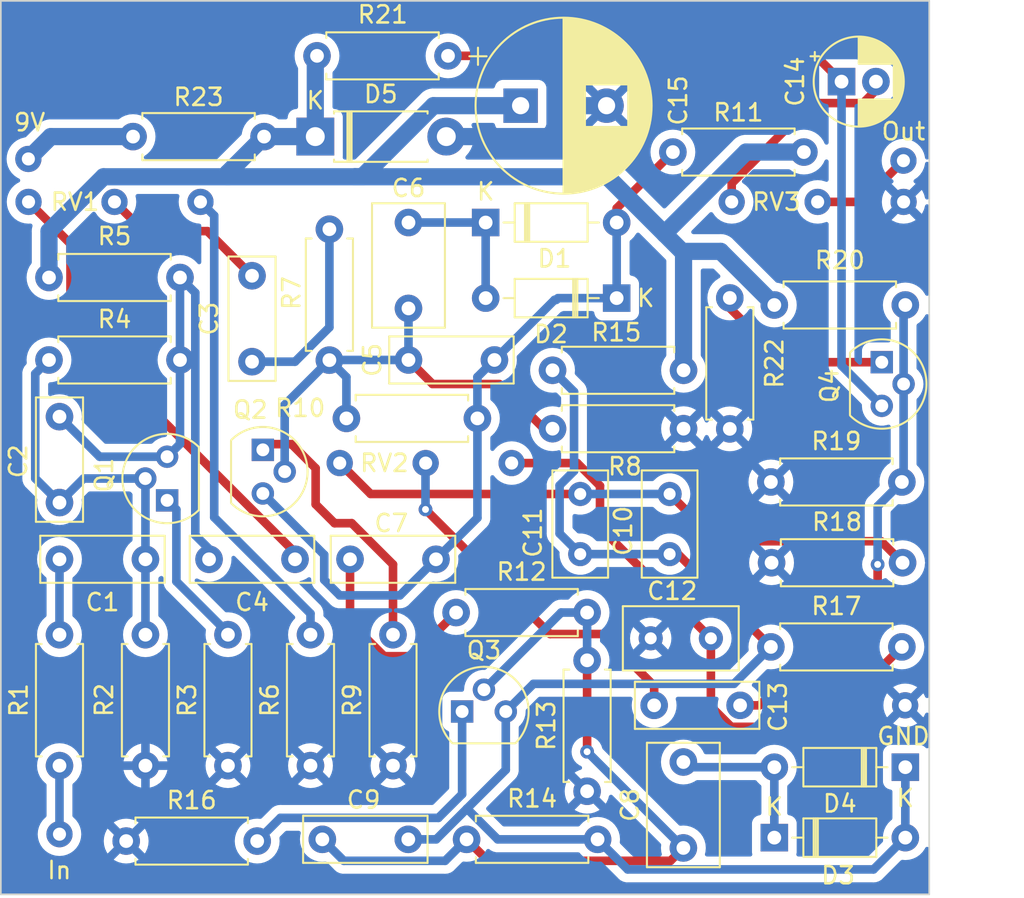
<source format=kicad_pcb>
(kicad_pcb (version 20221018) (generator pcbnew)
  (layers (0 "F.Cu" signal) (31 "B.Cu" signal) (34 "B.Paste" user) (35 "F.Paste" user) (36 "B.SilkS" user "B.Silkscreen") (37 "F.SilkS" user "F.Silkscreen") (38 "B.Mask" user) (39 "F.Mask" user) (44 "Edge.Cuts" user))
  (net 0 "")
  (net 1 "Net-(Q1-B)")
  (net 2 "Net-(C1-Pad2)")
  (net 3 "Net-(Q1-C)")
  (net 4 "Net-(C3-Pad1)")
  (net 5 "Net-(C3-Pad2)")
  (net 6 "Net-(C4-Pad1)")
  (net 7 "Net-(Q2-B)")
  (net 8 "Net-(D1-A)")
  (net 9 "Net-(D1-K)")
  (net 10 "Net-(C7-Pad1)")
  (net 11 "Net-(Q3-B)")
  (net 12 "Net-(D3-K)")
  (net 13 "Net-(D3-A)")
  (net 14 "Net-(C10-Pad2)")
  (net 15 "GND")
  (net 16 "Net-(C12-Pad2)")
  (net 17 "Net-(C13-Pad1)")
  (net 18 "Net-(Q4-B)")
  (net 19 "Net-(Q4-C)")
  (net 20 "Net-(C14-Pad2)")
  (net 21 "Net-(D5-K)")
  (net 22 "Net-(H1-Pad1)")
  (net 23 "Net-(H2-Pad1)")
  (net 24 "Net-(H3-Pad1)")
  (net 25 "Net-(Q1-E)")
  (net 26 "Net-(Q2-E)")
  (net 27 "Net-(Q3-E)")
  (net 28 "Net-(Q4-E)")
  (net 29 "Net-(R6-Pad2)")
  (footprint "Resistor_THT:R_Axial_DIN0207_L6.3mm_D2.5mm_P7.62mm_Horizontal" (layer "F.Cu") (at 162.71 86.9 180)
    (fp_text reference "R8" (at 3.41 -2.2) (layer "F.SilkS"))
    (fp_text value "100k")
    (pad "1" thru_hole circle (at 0 0 180) (size 1.6 1.6) (drill 0.8) (layers "*.Cu" "*.Mask") (net 15 "GND"))
    (pad "2" thru_hole oval (at 7.62 0 180) (size 1.6 1.6) (drill 0.8) (layers "*.Cu" "*.Mask") (net 7 "Net-(Q2-B)"))
  )
  (footprint "Capacitor_THT:C_Rect_L7.0mm_W2.5mm_P5.00mm" (layer "F.Cu") (at 137.61 83 90)
    (fp_text reference "C3" (at 2.5 -2.5 90) (layer "F.SilkS"))
    (fp_text value "0.1u")
    (pad "1" thru_hole circle (at 0 0 90) (size 1.6 1.6) (drill 0.8) (layers "*.Cu" "*.Mask") (net 4 "Net-(C3-Pad1)"))
    (pad "2" thru_hole circle (at 5 0 90) (size 1.6 1.6) (drill 0.8) (layers "*.Cu" "*.Mask") (net 5 "Net-(C3-Pad2)"))
  )
  (footprint "Resistor_THT:R_Axial_DIN0207_L6.3mm_D2.5mm_P7.62mm_Horizontal" (layer "F.Cu") (at 133.42 78.1 180)
    (fp_text reference "R5" (at 3.81 2.4) (layer "F.SilkS"))
    (fp_text value "12k")
    (pad "1" thru_hole circle (at 0 0 180) (size 1.6 1.6) (drill 0.8) (layers "*.Cu" "*.Mask") (net 3 "Net-(Q1-C)"))
    (pad "2" thru_hole oval (at 7.62 0 180) (size 1.6 1.6) (drill 0.8) (layers "*.Cu" "*.Mask") (net 21 "Net-(D5-K)"))
  )
  (footprint "Resistor_THT:R_Axial_DIN0207_L6.3mm_D2.5mm_P7.62mm_Horizontal" (layer "F.Cu") (at 155.09 83.5)
    (fp_text reference "R15" (at 3.71 -2.2) (layer "F.SilkS"))
    (fp_text value "12k")
    (pad "1" thru_hole circle (at 0 0) (size 1.6 1.6) (drill 0.8) (layers "*.Cu" "*.Mask") (net 13 "Net-(D3-A)"))
    (pad "2" thru_hole oval (at 7.62 0) (size 1.6 1.6) (drill 0.8) (layers "*.Cu" "*.Mask") (net 21 "Net-(D5-K)"))
  )
  (footprint "Diode_THT:D_DO-35_SOD27_P7.62mm_Horizontal" (layer "F.Cu") (at 158.82 79.3 180)
    (fp_text reference "D2" (at 3.82 -2.1) (layer "F.SilkS"))
    (fp_text value "1N4148")
    (fp_text user "K" (at -1.69 0) (layer "F.SilkS"))
    (pad "1" thru_hole rect (at 0 0 180) (size 1.6 1.6) (drill 0.8) (layers "*.Cu" "*.Mask") (net 8 "Net-(D1-A)"))
    (pad "2" thru_hole oval (at 7.62 0 180) (size 1.6 1.6) (drill 0.8) (layers "*.Cu" "*.Mask") (net 9 "Net-(D1-K)"))
  )
  (footprint "Resistor_THT:R_Axial_DIN0207_L6.3mm_D2.5mm_P7.62mm_Horizontal" (layer "F.Cu") (at 175.61 79.7 180)
    (fp_text reference "R20" (at 3.81 2.6) (layer "F.SilkS"))
    (fp_text value "470k")
    (pad "1" thru_hole circle (at 0 0 180) (size 1.6 1.6) (drill 0.8) (layers "*.Cu" "*.Mask") (net 18 "Net-(Q4-B)"))
    (pad "2" thru_hole oval (at 7.62 0 180) (size 1.6 1.6) (drill 0.8) (layers "*.Cu" "*.Mask") (net 21 "Net-(D5-K)"))
  )
  (footprint "MountingHole:Potentionmeter_Pad" (layer "F.Cu") (at 147.71 88.9)
    (fp_text reference "RV2" (at -2.4 0) (layer "F.SilkS"))
    (fp_text value "100k")
    (pad "1" thru_hole circle (at 5 0) (size 1.524 1.524) (drill 0.762) (layers "*.Cu" "*.Mask") (net 16 "Net-(C12-Pad2)"))
    (pad "2" thru_hole circle (at 0 0) (size 1.524 1.524) (drill 0.762) (layers "*.Cu" "*.Mask") (net 17 "Net-(C13-Pad1)"))
    (pad "3" thru_hole circle (at -5 0) (size 1.524 1.524) (drill 0.762) (layers "*.Cu" "*.Mask") (net 14 "Net-(C10-Pad2)"))
  )
  (footprint "Resistor_THT:R_Axial_DIN0207_L6.3mm_D2.5mm_P7.62mm_Horizontal" (layer "F.Cu") (at 150.09 110.8)
    (fp_text reference "R14" (at 3.81 -2.37) (layer "F.SilkS"))
    (fp_text value "470k")
    (pad "1" thru_hole circle (at 0 0) (size 1.6 1.6) (drill 0.8) (layers "*.Cu" "*.Mask") (net 11 "Net-(Q3-B)"))
    (pad "2" thru_hole oval (at 7.62 0) (size 1.6 1.6) (drill 0.8) (layers "*.Cu" "*.Mask") (net 13 "Net-(D3-A)"))
  )
  (footprint "Resistor_THT:R_Axial_DIN0207_L6.3mm_D2.5mm_P7.62mm_Horizontal" (layer "F.Cu") (at 162.09 70.8)
    (fp_text reference "R11" (at 3.81 -2.3) (layer "F.SilkS"))
    (fp_text value "12k")
    (pad "1" thru_hole circle (at 0 0) (size 1.6 1.6) (drill 0.8) (layers "*.Cu" "*.Mask") (net 8 "Net-(D1-A)"))
    (pad "2" thru_hole oval (at 7.62 0) (size 1.6 1.6) (drill 0.8) (layers "*.Cu" "*.Mask") (net 21 "Net-(D5-K)"))
  )
  (footprint "Capacitor_THT:C_Rect_L7.0mm_W2.5mm_P5.00mm" (layer "F.Cu") (at 143.31 94.5)
    (fp_text reference "C7" (at 2.4 -2.1) (layer "F.SilkS"))
    (fp_text value "0.1u")
    (pad "1" thru_hole circle (at 0 0) (size 1.6 1.6) (drill 0.8) (layers "*.Cu" "*.Mask") (net 10 "Net-(C7-Pad1)"))
    (pad "2" thru_hole circle (at 5 0) (size 1.6 1.6) (drill 0.8) (layers "*.Cu" "*.Mask") (net 8 "Net-(D1-A)"))
  )
  (footprint "Package_TO_SOT_THT:TO-92" (layer "F.Cu") (at 132.67 91.07 90)
    (fp_text reference "Q1" (at 1.47 -3.66 90) (layer "F.SilkS"))
    (fp_text value "MPSA18")
    (pad "1" thru_hole rect (at 0 0 90) (size 1.3 1.3) (drill 0.75) (layers "*.Cu" "*.Mask") (net 25 "Net-(Q1-E)"))
    (pad "2" thru_hole circle (at 1.27 -1.27 90) (size 1.3 1.3) (drill 0.75) (layers "*.Cu" "*.Mask") (net 1 "Net-(Q1-B)"))
    (pad "3" thru_hole circle (at 2.54 0 90) (size 1.3 1.3) (drill 0.75) (layers "*.Cu" "*.Mask") (net 3 "Net-(Q1-C)"))
  )
  (footprint "Resistor_THT:R_Axial_DIN0207_L6.3mm_D2.5mm_P7.62mm_Horizontal" (layer "F.Cu") (at 149.48 97.6)
    (fp_text reference "R12" (at 3.81 -2.37) (layer "F.SilkS"))
    (fp_text value "10k")
    (pad "1" thru_hole circle (at 0 0) (size 1.6 1.6) (drill 0.8) (layers "*.Cu" "*.Mask") (net 10 "Net-(C7-Pad1)"))
    (pad "2" thru_hole oval (at 7.62 0) (size 1.6 1.6) (drill 0.8) (layers "*.Cu" "*.Mask") (net 11 "Net-(Q3-B)"))
  )
  (footprint "Resistor_THT:R_Axial_DIN0207_L6.3mm_D2.5mm_P7.62mm_Horizontal" (layer "F.Cu") (at 136.21 106.51 90)
    (fp_text reference "R3" (at 3.81 -2.37 90) (layer "F.SilkS"))
    (fp_text value "390")
    (pad "1" thru_hole circle (at 0 0 90) (size 1.6 1.6) (drill 0.8) (layers "*.Cu" "*.Mask") (net 15 "GND"))
    (pad "2" thru_hole oval (at 7.62 0 90) (size 1.6 1.6) (drill 0.8) (layers "*.Cu" "*.Mask") (net 25 "Net-(Q1-E)"))
  )
  (footprint "Diode_THT:D_DO-41_SOD81_P7.62mm_Horizontal" (layer "F.Cu") (at 141.29 69.9)
    (fp_text reference "D5" (at 3.81 -2.47) (layer "F.SilkS"))
    (fp_text value "1N4001")
    (fp_text user "K" (at 0 -2.1) (layer "F.SilkS"))
    (pad "1" thru_hole rect (at 0 0) (size 2.2 2.2) (drill 1.1) (layers "*.Cu" "*.Mask") (net 21 "Net-(D5-K)"))
    (pad "2" thru_hole oval (at 7.62 0) (size 2.2 2.2) (drill 1.1) (layers "*.Cu" "*.Mask") (net 15 "GND"))
  )
  (footprint "Capacitor_THT:C_Rect_L7.0mm_W2.5mm_P5.00mm" (layer "F.Cu") (at 140.11 94.5 180)
    (fp_text reference "C4" (at 2.5 -2.5) (layer "F.SilkS"))
    (fp_text value "0.1u")
    (pad "1" thru_hole circle (at 0 0 180) (size 1.6 1.6) (drill 0.8) (layers "*.Cu" "*.Mask") (net 6 "Net-(C4-Pad1)"))
    (pad "2" thru_hole circle (at 5 0 180) (size 1.6 1.6) (drill 0.8) (layers "*.Cu" "*.Mask") (net 3 "Net-(Q1-C)"))
  )
  (footprint "Resistor_THT:R_Axial_DIN0207_L6.3mm_D2.5mm_P7.62mm_Horizontal" (layer "F.Cu") (at 145.81 106.51 90)
    (fp_text reference "R9" (at 3.81 -2.37 90) (layer "F.SilkS"))
    (fp_text value "390")
    (pad "1" thru_hole circle (at 0 0 90) (size 1.6 1.6) (drill 0.8) (layers "*.Cu" "*.Mask") (net 15 "GND"))
    (pad "2" thru_hole oval (at 7.62 0 90) (size 1.6 1.6) (drill 0.8) (layers "*.Cu" "*.Mask") (net 26 "Net-(Q2-E)"))
  )
  (footprint "Capacitor_THT:C_Rect_L6.0mm_W3.0mm_P3.50mm_MKS02_FKP02" (layer "F.Cu") (at 156.7 94.2 90)
    (fp_text reference "C11" (at 1.25 -2.75 90) (layer "F.SilkS"))
    (fp_text value "3.9n")
    (pad "1" thru_hole circle (at 0 0 90) (size 1.4 1.4) (drill 0.7) (layers "*.Cu" "*.Mask") (net 13 "Net-(D3-A)"))
    (pad "2" thru_hole circle (at 3.5 0 90) (size 1.4 1.4) (drill 0.7) (layers "*.Cu" "*.Mask") (net 14 "Net-(C10-Pad2)"))
  )
  (footprint "Package_TO_SOT_THT:TO-92" (layer "F.Cu") (at 138.24 88.13 -90)
    (fp_text reference "Q2" (at -2.33 0.73 -180) (layer "F.SilkS"))
    (fp_text value "MPSA18")
    (pad "1" thru_hole rect (at 0 0 270) (size 1.3 1.3) (drill 0.75) (layers "*.Cu" "*.Mask") (net 26 "Net-(Q2-E)"))
    (pad "2" thru_hole circle (at 1.27 -1.27 270) (size 1.3 1.3) (drill 0.75) (layers "*.Cu" "*.Mask") (net 7 "Net-(Q2-B)"))
    (pad "3" thru_hole circle (at 2.54 0 270) (size 1.3 1.3) (drill 0.75) (layers "*.Cu" "*.Mask") (net 8 "Net-(D1-A)"))
  )
  (footprint "MountingHole:Potentionmeter_Pad" (layer "F.Cu") (at 129.61 73.7)
    (fp_text reference "RV1" (at -2.3 0) (layer "F.SilkS"))
    (fp_text value "100k")
    (pad "1" thru_hole circle (at 5 0) (size 1.524 1.524) (drill 0.762) (layers "*.Cu" "*.Mask") (net 29 "Net-(R6-Pad2)"))
    (pad "2" thru_hole circle (at 0 0) (size 1.524 1.524) (drill 0.762) (layers "*.Cu" "*.Mask") (net 5 "Net-(C3-Pad2)"))
    (pad "3" thru_hole circle (at -5 0) (size 1.524 1.524) (drill 0.762) (layers "*.Cu" "*.Mask") (net 6 "Net-(C4-Pad1)"))
  )
  (footprint "MountingHole:Pad" (layer "F.Cu") (at 126.41 110.5)
    (fp_text reference "In" (at -0.01 2.1) (layer "F.SilkS"))
    (fp_text value "In")
    (pad "1" thru_hole circle (at 0 0) (size 1.524 1.524) (drill 0.762) (layers "*.Cu" "*.Mask") (net 22 "Net-(H1-Pad1)"))
  )
  (footprint "Resistor_THT:R_Axial_DIN0207_L6.3mm_D2.5mm_P7.62mm_Horizontal" (layer "F.Cu") (at 165.4 86.91 90)
    (fp_text reference "R22" (at 3.81 2.6 90) (layer "F.SilkS"))
    (fp_text value "2.4k")
    (pad "1" thru_hole circle (at 0 0 90) (size 1.6 1.6) (drill 0.8) (layers "*.Cu" "*.Mask") (net 15 "GND"))
    (pad "2" thru_hole oval (at 7.62 0 90) (size 1.6 1.6) (drill 0.8) (layers "*.Cu" "*.Mask") (net 28 "Net-(Q4-E)"))
  )
  (footprint "Package_TO_SOT_THT:TO-92" (layer "F.Cu") (at 174.24 83.03 -90)
    (fp_text reference "Q4" (at 1.37 3.04 90) (layer "F.SilkS"))
    (fp_text value "MPSA18")
    (pad "1" thru_hole rect (at 0 0 270) (size 1.3 1.3) (drill 0.75) (layers "*.Cu" "*.Mask") (net 28 "Net-(Q4-E)"))
    (pad "2" thru_hole circle (at 1.27 -1.27 270) (size 1.3 1.3) (drill 0.75) (layers "*.Cu" "*.Mask") (net 18 "Net-(Q4-B)"))
    (pad "3" thru_hole circle (at 2.54 0 270) (size 1.3 1.3) (drill 0.75) (layers "*.Cu" "*.Mask") (net 19 "Net-(Q4-C)"))
  )
  (footprint "Capacitor_THT:C_Rect_L7.0mm_W2.5mm_P5.00mm" (layer "F.Cu") (at 141.7 110.8)
    (fp_text reference "C9" (at 2.4 -2.3) (layer "F.SilkS"))
    (fp_text value "470p")
    (pad "1" thru_hole circle (at 0 0) (size 1.6 1.6) (drill 0.8) (layers "*.Cu" "*.Mask") (net 11 "Net-(Q3-B)"))
    (pad "2" thru_hole circle (at 5 0) (size 1.6 1.6) (drill 0.8) (layers "*.Cu" "*.Mask") (net 13 "Net-(D3-A)"))
  )
  (footprint "Resistor_THT:R_Axial_DIN0207_L6.3mm_D2.5mm_P7.62mm_Horizontal" (layer "F.Cu") (at 157.1 108 90)
    (fp_text reference "R13" (at 3.81 -2.37 90) (layer "F.SilkS"))
    (fp_text value "100k")
    (pad "1" thru_hole circle (at 0 0 90) (size 1.6 1.6) (drill 0.8) (layers "*.Cu" "*.Mask") (net 15 "GND"))
    (pad "2" thru_hole oval (at 7.62 0 90) (size 1.6 1.6) (drill 0.8) (layers "*.Cu" "*.Mask") (net 11 "Net-(Q3-B)"))
  )
  (footprint "Capacitor_THT:C_Rect_L6.5mm_W3.5mm_P3.50mm_MKS02_FKP02" (layer "F.Cu") (at 160.8 99.1)
    (fp_text reference "C12" (at 1.25 -2.75) (layer "F.SilkS"))
    (fp_text value "0.01u")
    (pad "1" thru_hole circle (at 0 0) (size 1.4 1.4) (drill 0.7) (layers "*.Cu" "*.Mask") (net 15 "GND"))
    (pad "2" thru_hole circle (at 3.5 0) (size 1.4 1.4) (drill 0.7) (layers "*.Cu" "*.Mask") (net 16 "Net-(C12-Pad2)"))
  )
  (footprint "MountingHole:Pad" (layer "F.Cu") (at 124.6 71.2)
    (fp_text reference "9V" (at 0.07 -2.124) (layer "F.SilkS"))
    (fp_text value "9V")
    (pad "1" thru_hole circle (at 0 0) (size 1.524 1.524) (drill 0.762) (layers "*.Cu" "*.Mask") (net 23 "Net-(H2-Pad1)"))
  )
  (footprint "Resistor_THT:R_Axial_DIN0207_L6.3mm_D2.5mm_P7.62mm_Horizontal" (layer "F.Cu") (at 126.41 106.51 90)
    (fp_text reference "R1" (at 3.81 -2.37 90) (layer "F.SilkS"))
    (fp_text value "39k")
    (pad "1" thru_hole circle (at 0 0 90) (size 1.6 1.6) (drill 0.8) (layers "*.Cu" "*.Mask") (net 22 "Net-(H1-Pad1)"))
    (pad "2" thru_hole oval (at 7.62 0 90) (size 1.6 1.6) (drill 0.8) (layers "*.Cu" "*.Mask") (net 2 "Net-(C1-Pad2)"))
  )
  (footprint "Resistor_THT:R_Axial_DIN0207_L6.3mm_D2.5mm_P7.62mm_Horizontal" (layer "F.Cu") (at 141.01 106.51 90)
    (fp_text reference "R6" (at 3.81 -2.37 90) (layer "F.SilkS"))
    (fp_text value "1k")
    (pad "1" thru_hole circle (at 0 0 90) (size 1.6 1.6) (drill 0.8) (layers "*.Cu" "*.Mask") (net 15 "GND"))
    (pad "2" thru_hole oval (at 7.62 0 90) (size 1.6 1.6) (drill 0.8) (layers "*.Cu" "*.Mask") (net 29 "Net-(R6-Pad2)"))
  )
  (footprint "Capacitor_THT:C_Rect_L7.0mm_W2.5mm_P5.00mm" (layer "F.Cu") (at 126.41 86.2 -90)
    (fp_text reference "C2" (at 2.6 2.4 90) (layer "F.SilkS"))
    (fp_text value "470p")
    (pad "1" thru_hole circle (at 0 0 270) (size 1.6 1.6) (drill 0.8) (layers "*.Cu" "*.Mask") (net 3 "Net-(Q1-C)"))
    (pad "2" thru_hole circle (at 5 0 270) (size 1.6 1.6) (drill 0.8) (layers "*.Cu" "*.Mask") (net 1 "Net-(Q1-B)"))
  )
  (footprint "MountingHole:Pad" (layer "F.Cu") (at 175.5 71.3)
    (fp_text reference "Out" (at 0 -1.7) (layer "F.SilkS"))
    (fp_text value "Out")
    (pad "1" thru_hole circle (at 0 0) (size 1.524 1.524) (drill 0.762) (layers "*.Cu" "*.Mask") (net 24 "Net-(H3-Pad1)"))
  )
  (footprint "Diode_THT:D_DO-35_SOD27_P7.62mm_Horizontal" (layer "F.Cu") (at 167.99 110.7)
    (fp_text reference "D3" (at 3.71 2.2) (layer "F.SilkS"))
    (fp_text value "1N4148")
    (fp_text user "K" (at 0 -1.8) (layer "F.SilkS"))
    (pad "1" thru_hole rect (at 0 0) (size 1.6 1.6) (drill 0.8) (layers "*.Cu" "*.Mask") (net 12 "Net-(D3-K)"))
    (pad "2" thru_hole oval (at 7.62 0) (size 1.6 1.6) (drill 0.8) (layers "*.Cu" "*.Mask") (net 13 "Net-(D3-A)"))
  )
  (footprint "Capacitor_THT:C_Rect_L7.0mm_W4.0mm_P5.00mm" (layer "F.Cu") (at 162.7 111.3 90)
    (fp_text reference "C8" (at 2.5 -3.1 90) (layer "F.SilkS"))
    (fp_text value "0.039u")
    (pad "1" thru_hole circle (at 0 0 90) (size 1.6 1.6) (drill 0.8) (layers "*.Cu" "*.Mask") (net 11 "Net-(Q3-B)"))
    (pad "2" thru_hole circle (at 5 0 90) (size 1.6 1.6) (drill 0.8) (layers "*.Cu" "*.Mask") (net 12 "Net-(D3-K)"))
  )
  (footprint "MountingHole:Pad" (layer "F.Cu") (at 175.6 103)
    (fp_text reference "GND" (at -0.1 1.8) (layer "F.SilkS"))
    (fp_text value "MountingHole_Pad")
    (pad "1" thru_hole circle (at 0 0) (size 1.524 1.524) (drill 0.762) (layers "*.Cu" "*.Mask") (net 15 "GND"))
  )
  (footprint "Resistor_THT:R_Axial_DIN0207_L6.3mm_D2.5mm_P7.62mm_Horizontal" (layer "F.Cu") (at 138.31 69.9 180)
    (fp_text reference "R23" (at 3.81 2.3) (layer "F.SilkS"))
    (fp_text value "100")
    (pad "1" thru_hole circle (at 0 0 180) (size 1.6 1.6) (drill 0.8) (layers "*.Cu" "*.Mask") (net 21 "Net-(D5-K)"))
    (pad "2" thru_hole oval (at 7.62 0 180) (size 1.6 1.6) (drill 0.8) (layers "*.Cu" "*.Mask") (net 23 "Net-(H2-Pad1)"))
  )
  (footprint "Resistor_THT:R_Axial_DIN0207_L6.3mm_D2.5mm_P7.62mm_Horizontal" (layer "F.Cu") (at 167.79 90)
    (fp_text reference "R19" (at 3.81 -2.37) (layer "F.SilkS"))
    (fp_text value "100k")
    (pad "1" thru_hole circle (at 0 0) (size 1.6 1.6) (drill 0.8) (layers "*.Cu" "*.Mask") (net 15 "GND"))
    (pad "2" thru_hole oval (at 7.62 0) (size 1.6 1.6) (drill 0.8) (layers "*.Cu" "*.Mask") (net 18 "Net-(Q4-B)"))
  )
  (footprint "Resistor_THT:R_Axial_DIN0207_L6.3mm_D2.5mm_P7.62mm_Horizontal" (layer "F.Cu") (at 143.1 86.3)
    (fp_text reference "R10" (at -2.69 -0.6) (layer "F.SilkS"))
    (fp_text value "470k")
    (pad "1" thru_hole circle (at 0 0) (size 1.6 1.6) (drill 0.8) (layers "*.Cu" "*.Mask") (net 7 "Net-(Q2-B)"))
    (pad "2" thru_hole oval (at 7.62 0) (size 1.6 1.6) (drill 0.8) (layers "*.Cu" "*.Mask") (net 8 "Net-(D1-A)"))
  )
  (footprint "MountingHole:Potentionmeter_Pad" (layer "F.Cu") (at 170.51 73.7)
    (fp_text reference "RV3" (at -2.4 0) (layer "F.SilkS"))
    (fp_text value "100k")
    (pad "1" thru_hole circle (at 5 0) (size 1.524 1.524) (drill 0.762) (layers "*.Cu" "*.Mask") (net 15 "GND"))
    (pad "2" thru_hole circle (at 0 0) (size 1.524 1.524) (drill 0.762) (layers "*.Cu" "*.Mask") (net 24 "Net-(H3-Pad1)"))
    (pad "3" thru_hole circle (at -5 0) (size 1.524 1.524) (drill 0.762) (layers "*.Cu" "*.Mask") (net 20 "Net-(C14-Pad2)"))
  )
  (footprint "Capacitor_THT:CP_Radial_D5.0mm_P2.00mm" (layer "F.Cu") (at 171.9 66.7)
    (fp_text reference "C14" (at -2.7 0 90) (layer "F.SilkS"))
    (fp_text value "1u")
    (pad "1" thru_hole rect (at 0 0) (size 1.6 1.6) (drill 0.8) (layers "*.Cu" "*.Mask") (net 19 "Net-(Q4-C)"))
    (pad "2" thru_hole circle (at 2 0) (size 1.6 1.6) (drill 0.8) (layers "*.Cu" "*.Mask") (net 20 "Net-(C14-Pad2)"))
  )
  (footprint "Capacitor_THT:C_Rect_L6.0mm_W3.0mm_P3.50mm_MKS02_FKP02" (layer "F.Cu") (at 161.9 94.2 90)
    (fp_text reference "C10" (at 1.35 -2.7 90) (layer "F.SilkS"))
    (fp_text value "3.9n")
    (pad "1" thru_hole circle (at 0 0 90) (size 1.4 1.4) (drill 0.7) (layers "*.Cu" "*.Mask") (net 13 "Net-(D3-A)"))
    (pad "2" thru_hole circle (at 3.5 0 90) (size 1.4 1.4) (drill 0.7) (layers "*.Cu" "*.Mask") (net 14 "Net-(C10-Pad2)"))
  )
  (footprint "Diode_THT:D_DO-35_SOD27_P7.62mm_Horizontal" (layer "F.Cu") (at 175.61 106.6 180)
    (fp_text reference "D4" (at 3.81 -2.12) (layer "F.SilkS"))
    (fp_text value "1N4148")
    (fp_text user "K" (at 0 -1.8) (layer "F.SilkS"))
    (pad "1" thru_hole rect (at 0 0 180) (size 1.6 1.6) (drill 0.8) (layers "*.Cu" "*.Mask") (net 13 "Net-(D3-A)"))
    (pad "2" thru_hole oval (at 7.62 0 180) (size 1.6 1.6) (drill 0.8) (layers "*.Cu" "*.Mask") (net 12 "Net-(D3-K)"))
  )
  (footprint "Resistor_THT:R_Axial_DIN0207_L6.3mm_D2.5mm_P7.62mm_Horizontal" (layer "F.Cu") (at 167.79 99.6)
    (fp_text reference "R17" (at 3.81 -2.37) (layer "F.SilkS"))
    (fp_text value "12k")
    (pad "1" thru_hole circle (at 0 0) (size 1.6 1.6) (drill 0.8) (layers "*.Cu" "*.Mask") (net 13 "Net-(D3-A)"))
    (pad "2" thru_hole oval (at 7.62 0) (size 1.6 1.6) (drill 0.8) (layers "*.Cu" "*.Mask") (net 16 "Net-(C12-Pad2)"))
  )
  (footprint "Capacitor_THT:C_Rect_L7.0mm_W4.0mm_P5.00mm" (layer "F.Cu") (at 146.71 79.9 90)
    (fp_text reference "C6" (at 7 0 180) (layer "F.SilkS"))
    (fp_text value "0.039u")
    (pad "1" thru_hole circle (at 0 0 90) (size 1.6 1.6) (drill 0.8) (layers "*.Cu" "*.Mask") (net 7 "Net-(Q2-B)"))
    (pad "2" thru_hole circle (at 5 0 90) (size 1.6 1.6) (drill 0.8) (layers "*.Cu" "*.Mask") (net 9 "Net-(D1-K)"))
  )
  (footprint "Capacitor_THT:CP_Radial_D10.0mm_P5.00mm" (layer "F.Cu") (at 153.232323 68.1)
    (fp_text reference "C15" (at 9.167677 -0.3 90) (layer "F.SilkS"))
    (fp_text value "100u")
    (pad "1" thru_hole rect (at 0 0) (size 2 2) (drill 1) (layers "*.Cu" "*.Mask") (net 21 "Net-(D5-K)"))
    (pad "2" thru_hole circle (at 5 0) (size 2 2) (drill 1) (layers "*.Cu" "*.Mask") (net 15 "GND"))
  )
  (footprint "Resistor_THT:R_Axial_DIN0207_L6.3mm_D2.5mm_P7.62mm_Horizontal" (layer "F.Cu") (at 149.01 65.2 180)
    (fp_text reference "R21" (at 3.8 2.4) (layer "F.SilkS"))
    (fp_text value "10k")
    (pad "1" thru_hole circle (at 0 0 180) (size 1.6 1.6) (drill 0.8) (layers "*.Cu" "*.Mask") (net 19 "Net-(Q4-C)"))
    (pad "2" thru_hole oval (at 7.62 0 180) (size 1.6 1.6) (drill 0.8) (layers "*.Cu" "*.Mask") (net 21 "Net-(D5-K)"))
  )
  (footprint "Package_TO_SOT_THT:TO-92" (layer "F.Cu") (at 149.83 103.36)
    (fp_text reference "Q3" (at 1.27 -3.56) (layer "F.SilkS"))
    (fp_text value "Q_NPN_EBC")
    (pad "1" thru_hole rect (at 0 0) (size 1.3 1.3) (drill 0.75) (layers "*.Cu" "*.Mask") (net 27 "Net-(Q3-E)"))
    (pad "2" thru_hole circle (at 1.27 -1.27) (size 1.3 1.3) (drill 0.75) (layers "*.Cu" "*.Mask") (net 11 "Net-(Q3-B)"))
    (pad "3" thru_hole circle (at 2.54 0) (size 1.3 1.3) (drill 0.75) (layers "*.Cu" "*.Mask") (net 13 "Net-(D3-A)"))
  )
  (footprint "Capacitor_THT:C_Rect_L7.0mm_W2.5mm_P5.00mm" (layer "F.Cu") (at 146.71 82.9)
    (fp_text reference "C5" (at -2.1 0 90) (layer "F.SilkS"))
    (fp_text value "470p")
    (pad "1" thru_hole circle (at 0 0) (size 1.6 1.6) (drill 0.8) (layers "*.Cu" "*.Mask") (net 7 "Net-(Q2-B)"))
    (pad "2" thru_hole circle (at 5 0) (size 1.6 1.6) (drill 0.8) (layers "*.Cu" "*.Mask") (net 8 "Net-(D1-A)"))
  )
  (footprint "Resistor_THT:R_Axial_DIN0207_L6.3mm_D2.5mm_P7.62mm_Horizontal" (layer "F.Cu") (at 125.8 82.9)
    (fp_text reference "R4" (at 3.81 -2.37) (layer "F.SilkS"))
    (fp_text value "470k")
    (pad "1" thru_hole circle (at 0 0) (size 1.6 1.6) (drill 0.8) (layers "*.Cu" "*.Mask") (net 1 "Net-(Q1-B)"))
    (pad "2" thru_hole oval (at 7.62 0) (size 1.6 1.6) (drill 0.8) (layers "*.Cu" "*.Mask") (net 3 "Net-(Q1-C)"))
  )
  (footprint "Resistor_THT:R_Axial_DIN0207_L6.3mm_D2.5mm_P7.62mm_Horizontal" (layer "F.Cu") (at 131.41 98.89 -90)
    (fp_text reference "R2" (at 3.8 2.4 90) (layer "F.SilkS"))
    (fp_text value "100k")
    (pad "1" thru_hole circle (at 0 0 270) (size 1.6 1.6) (drill 0.8) (layers "*.Cu" "*.Mask") (net 1 "Net-(Q1-B)"))
    (pad "2" thru_hole oval (at 7.62 0 270) (size 1.6 1.6) (drill 0.8) (layers "*.Cu" "*.Mask") (net 15 "GND"))
  )
  (footprint "Capacitor_THT:C_Rect_L7.0mm_W2.5mm_P5.00mm" (layer "F.Cu") (at 161 103)
    (fp_text reference "C13" (at 7.2 0.1 90) (layer "F.SilkS"))
    (fp_text value "0.1u")
    (pad "1" thru_hole circle (at 0 0) (size 1.6 1.6) (drill 0.8) (layers "*.Cu" "*.Mask") (net 17 "Net-(C13-Pad1)"))
    (pad "2" thru_hole circle (at 5 0) (size 1.6 1.6) (drill 0.8) (layers "*.Cu" "*.Mask") (net 18 "Net-(Q4-B)"))
  )
  (footprint "Capacitor_THT:C_Rect_L7.0mm_W2.5mm_P5.00mm" (layer "F.Cu") (at 131.41 94.5 180)
    (fp_text reference "C1" (at 2.5 -2.5) (layer "F.SilkS"))
    (fp_text value "0.1u")
    (pad "1" thru_hole circle (at 0 0 180) (size 1.6 1.6) (drill 0.8) (layers "*.Cu" "*.Mask") (net 1 "Net-(Q1-B)"))
    (pad "2" thru_hole circle (at 5 0 180) (size 1.6 1.6) (drill 0.8) (layers "*.Cu" "*.Mask") (net 2 "Net-(C1-Pad2)"))
  )
  (footprint "Resistor_THT:R_Axial_DIN0207_L6.3mm_D2.5mm_P7.62mm_Horizontal" (layer "F.Cu") (at 167.83 94.7)
    (fp_text reference "R18" (at 3.81 -2.37) (layer "F.SilkS"))
    (fp_text value "22k")
    (pad "1" thru_hole circle (at 0 0) (size 1.6 1.6) (drill 0.8) (layers "*.Cu" "*.Mask") (net 15 "GND"))
    (pad "2" thru_hole oval (at 7.62 0) (size 1.6 1.6) (drill 0.8) (layers "*.Cu" "*.Mask") (net 14 "Net-(C10-Pad2)"))
  )
  (footprint "Resistor_THT:R_Axial_DIN0207_L6.3mm_D2.5mm_P7.62mm_Horizontal" (layer "F.Cu") (at 130.29 110.9)
    (fp_text reference "R16" (at 3.81 -2.37) (layer "F.SilkS"))
    (fp_text value "390")
    (pad "1" thru_hole circle (at 0 0) (size 1.6 1.6) (drill 0.8) (layers "*.Cu" "*.Mask") (net 15 "GND"))
    (pad "2" thru_hole oval (at 7.62 0) (size 1.6 1.6) (drill 0.8) (layers "*.Cu" "*.Mask") (net 27 "Net-(Q3-E)"))
  )
  (footprint "Diode_THT:D_DO-35_SOD27_P7.62mm_Horizontal" (layer "F.Cu") (at 151.2 74.9)
    (fp_text reference "D1" (at 4 2.1) (layer "F.SilkS"))
    (fp_text value "1N4148")
    (fp_text user "K" (at 0 -1.8) (layer "F.SilkS"))
    (pad "1" thru_hole rect (at 0 0) (size 1.6 1.6) (drill 0.8) (layers "*.Cu" "*.Mask") (net 9 "Net-(D1-K)"))
    (pad "2" thru_hole oval (at 7.62 0) (size 1.6 1.6) (drill 0.8) (layers "*.Cu" "*.Mask") (net 8 "Net-(D1-A)"))
  )
  (footprint "Resistor_THT:R_Axial_DIN0207_L6.3mm_D2.5mm_P7.62mm_Horizontal" (layer "F.Cu") (at 142.11 75.29 -90)
    (fp_text reference "R7" (at 3.71 2.2 90) (layer "F.SilkS"))
    (fp_text value "10k")
    (pad "1" thru_hole circle (at 0 0 270) (size 1.6 1.6) (drill 0.8) (layers "*.Cu" "*.Mask") (net 4 "Net-(C3-Pad1)"))
    (pad "2" thru_hole oval (at 7.62 0 270) (size 1.6 1.6) (drill 0.8) (layers "*.Cu" "*.Mask") (net 7 "Net-(Q2-B)"))
  )
  (gr_line (start 177 114) (end 123 114) (stroke (width 0.1)) (layer "Edge.Cuts"))
  (gr_line (start 177 114) (end 177 62) (stroke (width 0.1)) (layer "Edge.Cuts"))
  (gr_line (start 123 62) (end 123 114) (stroke (width 0.1)) (layer "Edge.Cuts"))
  (gr_line (start 177 62) (end 123 62) (stroke (width 0.1)) (layer "Edge.Cuts"))
  (segment (start 125.000001 89.790001) (end 126.41 91.2) (width 0.5) (layer "B.Cu") (net 1))
  (segment (start 125.8 82.9) (end 125.000001 83.699999) (width 0.5) (layer "B.Cu") (net 1))
  (segment (start 131.41 89.81) (end 131.4 89.8) (width 0.5) (layer "B.Cu") (net 1))
  (segment (start 127.81 89.8) (end 126.41 91.2) (width 0.5) (layer "B.Cu") (net 1))
  (segment (start 131.41 94.5) (end 131.41 89.81) (width 0.5) (layer "B.Cu") (net 1))
  (segment (start 131.41 94.5) (end 131.41 98.89) (width 0.5) (layer "B.Cu") (net 1))
  (segment (start 125.000001 83.699999) (end 125.000001 89.790001) (width 0.5) (layer "B.Cu") (net 1))
  (segment (start 131.4 89.8) (end 127.81 89.8) (width 0.5) (layer "B.Cu") (net 1))
  (segment (start 126.41 98.89) (end 126.41 94.5) (width 0.5) (layer "B.Cu") (net 2))
  (segment (start 128.74 88.53) (end 126.41 86.2) (width 0.5) (layer "B.Cu") (net 3))
  (segment (start 135.11 93.9) (end 135.11 94.5) (width 0.5) (layer "B.Cu") (net 3))
  (segment (start 133.42 82.9) (end 133.42 78.1) (width 0.5) (layer "B.Cu") (net 3))
  (segment (start 134.31 78.99) (end 134.31 93.1) (width 0.5) (layer "B.Cu") (net 3))
  (segment (start 132.68 88.53) (end 133.42 87.79) (width 0.5) (layer "B.Cu") (net 3))
  (segment (start 133.42 87.79) (end 133.42 82.9) (width 0.5) (layer "B.Cu") (net 3))
  (segment (start 132.67 88.53) (end 132.68 88.53) (width 0.5) (layer "B.Cu") (net 3))
  (segment (start 133.42 78.1) (end 134.31 78.99) (width 0.5) (layer "B.Cu") (net 3))
  (segment (start 132.67 88.53) (end 128.74 88.53) (width 0.5) (layer "B.Cu") (net 3))
  (segment (start 134.31 93.1) (end 135.11 93.9) (width 0.5) (layer "B.Cu") (net 3))
  (segment (start 142.11 81) (end 142.11 75.29) (width 0.5) (layer "B.Cu") (net 4))
  (segment (start 140.11 83) (end 142.11 81) (width 0.5) (layer "B.Cu") (net 4))
  (segment (start 137.61 83) (end 140.11 83) (width 0.5) (layer "B.Cu") (net 4))
  (segment (start 135.01 75.4) (end 137.61 78) (width 0.5) (layer "F.Cu") (net 5))
  (segment (start 131.21 75.3) (end 131.21 75.4) (width 0.5) (layer "F.Cu") (net 5))
  (segment (start 131.21 75.4) (end 135.01 75.4) (width 0.5) (layer "F.Cu") (net 5))
  (segment (start 129.61 73.7) (end 131.21 75.3) (width 0.5) (layer "F.Cu") (net 5))
  (segment (start 140.11 94.5) (end 140.11 94.11) (width 0.5) (layer "F.Cu") (net 6))
  (segment (start 127.05 81.05) (end 127.05 76.14) (width 0.5) (layer "F.Cu") (net 6))
  (segment (start 140.11 94.11) (end 127.05 81.05) (width 0.5) (layer "F.Cu") (net 6))
  (segment (start 127.05 76.14) (end 124.61 73.7) (width 0.5) (layer "F.Cu") (net 6))
  (segment (start 155.09 87.4) (end 151.99 84.3) (width 0.5) (layer "F.Cu") (net 7))
  (segment (start 148.11 84.3) (end 146.71 82.9) (width 0.5) (layer "F.Cu") (net 7))
  (segment (start 151.99 84.3) (end 148.11 84.3) (width 0.5) (layer "F.Cu") (net 7))
  (segment (start 139.51 85.51) (end 139.51 89.4) (width 0.5) (layer "B.Cu") (net 7))
  (segment (start 146.71 79.9) (end 146.71 82.9) (width 0.5) (layer "B.Cu") (net 7))
  (segment (start 146.71 82.9) (end 142.12 82.9) (width 0.5) (layer "B.Cu") (net 7))
  (segment (start 143.1 83.9) (end 142.11 82.91) (width 0.5) (layer "B.Cu") (net 7))
  (segment (start 142.11 82.91) (end 139.51 85.51) (width 0.5) (layer "B.Cu") (net 7))
  (segment (start 142.12 82.9) (end 142.11 82.91) (width 0.5) (layer "B.Cu") (net 7))
  (segment (start 143.1 86.3) (end 143.1 83.9) (width 0.5) (layer "B.Cu") (net 7))
  (segment (start 158.82 74.07) (end 158.82 74.9) (width 0.5) (layer "F.Cu") (net 8))
  (segment (start 162.09 70.8) (end 158.82 74.07) (width 0.5) (layer "F.Cu") (net 8))
  (segment (start 141.81 95.7) (end 142.71 96.6) (width 0.5) (layer "B.Cu") (net 8))
  (segment (start 150.72 86.3) (end 150.72 83.89) (width 0.5) (layer "B.Cu") (net 8))
  (segment (start 141.81 94.24) (end 141.81 95.7) (width 0.5) (layer "B.Cu") (net 8))
  (segment (start 148.31 94.5) (end 150.72 92.09) (width 0.5) (layer "B.Cu") (net 8))
  (segment (start 150.72 83.89) (end 151.71 82.9) (width 0.5) (layer "B.Cu") (net 8))
  (segment (start 155.21 79.4) (end 155.31 79.4) (width 0.5) (layer "B.Cu") (net 8))
  (segment (start 150.72 92.09) (end 150.72 86.3) (width 0.5) (layer "B.Cu") (net 8))
  (segment (start 158.82 79.3) (end 158.82 74.9) (width 0.5) (layer "B.Cu") (net 8))
  (segment (start 142.71 96.6) (end 146.21 96.6) (width 0.5) (layer "B.Cu") (net 8))
  (segment (start 151.71 82.9) (end 155.21 79.4) (width 0.5) (layer "B.Cu") (net 8))
  (segment (start 155.41 79.3) (end 158.82 79.3) (width 0.5) (layer "B.Cu") (net 8))
  (segment (start 138.24 90.67) (end 141.81 94.24) (width 0.5) (layer "B.Cu") (net 8))
  (segment (start 146.21 96.6) (end 148.31 94.5) (width 0.5) (layer "B.Cu") (net 8))
  (segment (start 155.31 79.4) (end 155.41 79.3) (width 0.5) (layer "B.Cu") (net 8))
  (segment (start 151.2 74.9) (end 146.71 74.9) (width 0.5) (layer "B.Cu") (net 9))
  (segment (start 151.2 74.9) (end 151.2 79.3) (width 0.5) (layer "B.Cu") (net 9))
  (segment (start 143.31 98.157767) (end 143.31 94.5) (width 0.5) (layer "F.Cu") (net 10))
  (segment (start 145.292233 100.14) (end 143.31 98.157767) (width 0.5) (layer "F.Cu") (net 10))
  (segment (start 149.48 97.6) (end 146.94 100.14) (width 0.5) (layer "F.Cu") (net 10))
  (segment (start 146.94 100.14) (end 145.292233 100.14) (width 0.5) (layer "F.Cu") (net 10))
  (segment (start 161.95 112.05) (end 162.7 111.3) (width 0.5) (layer "F.Cu") (net 11))
  (segment (start 157.1 105.7) (end 157.1 100.38) (width 0.5) (layer "F.Cu") (net 11))
  (segment (start 150.09 110.8) (end 151.34 112.05) (width 0.5) (layer "F.Cu") (net 11))
  (segment (start 151.34 112.05) (end 161.95 112.05) (width 0.5) (layer "F.Cu") (net 11))
  (via (at 157.1 105.7) (size 0.8) (drill 0.4) (layers "F.Cu" "B.Cu") (net 11))
  (segment (start 142.95 112.05) (end 148.84 112.05) (width 0.5) (layer "B.Cu") (net 11))
  (segment (start 157.1 97.6) (end 157.1 100.38) (width 0.5) (layer "B.Cu") (net 11))
  (segment (start 157.1 97.6) (end 155.59 97.6) (width 0.5) (layer "B.Cu") (net 11))
  (segment (start 148.84 112.05) (end 150.09 110.8) (width 0.5) (layer "B.Cu") (net 11))
  (segment (start 141.7 110.8) (end 142.95 112.05) (width 0.5) (layer "B.Cu") (net 11))
  (segment (start 155.59 97.6) (end 151.1 102.09) (width 0.5) (layer "B.Cu") (net 11))
  (segment (start 162.7 111.3) (end 157.1 105.7) (width 0.5) (layer "B.Cu") (net 11))
  (segment (start 167.99 106.6) (end 167.99 110.7) (width 0.5) (layer "B.Cu") (net 12))
  (segment (start 163 106.6) (end 162.7 106.3) (width 0.5) (layer "B.Cu") (net 12))
  (segment (start 167.99 106.6) (end 163 106.6) (width 0.5) (layer "B.Cu") (net 12))
  (segment (start 167.79 99.6) (end 162.39 94.2) (width 0.5) (layer "F.Cu") (net 13))
  (segment (start 162.39 94.2) (end 161.9 94.2) (width 0.5) (layer "F.Cu") (net 13))
  (segment (start 152.37 103.36) (end 153.98 101.75) (width 0.5) (layer "B.Cu") (net 13))
  (segment (start 156.7 94.2) (end 161.9 94.2) (width 0.5) (layer "B.Cu") (net 13))
  (segment (start 157.71 110.8) (end 151.9 110.8) (width 0.5) (layer "B.Cu") (net 13))
  (segment (start 155.5 93) (end 156.7 94.2) (width 0.5) (layer "B.Cu") (net 13))
  (segment (start 155.09 83.5) (end 156.34 84.75) (width 0.5) (layer "B.Cu") (net 13))
  (segment (start 175.61 106.6) (end 175.61 110.7) (width 0.5) (layer "B.Cu") (net 13))
  (segment (start 173.76 112.55) (end 175.61 110.7) (width 0.5) (layer "B.Cu") (net 13))
  (segment (start 151.9 110.8) (end 150.111117 109.011117) (width 0.5) (layer "B.Cu") (net 13))
  (segment (start 156.34 84.75) (end 156.34 89.36) (width 0.5) (layer "B.Cu") (net 13))
  (segment (start 155.5 90.2) (end 155.5 93) (width 0.5) (layer "B.Cu") (net 13))
  (segment (start 157.71 110.8) (end 159.46 112.55) (width 0.5) (layer "B.Cu") (net 13))
  (segment (start 150.111117 109.011117) (end 152.37 106.752233) (width 0.5) (layer "B.Cu") (net 13))
  (segment (start 156.34 89.36) (end 155.5 90.2) (width 0.5) (layer "B.Cu") (net 13))
  (segment (start 146.7 110.8) (end 148.322233 110.8) (width 0.5) (layer "B.Cu") (net 13))
  (segment (start 153.98 101.75) (end 165.64 101.75) (width 0.5) (layer "B.Cu") (net 13))
  (segment (start 165.64 101.75) (end 167.79 99.6) (width 0.5) (layer "B.Cu") (net 13))
  (segment (start 159.46 112.55) (end 173.76 112.55) (width 0.5) (layer "B.Cu") (net 13))
  (segment (start 152.37 106.752233) (end 152.37 103.36) (width 0.5) (layer "B.Cu") (net 13))
  (segment (start 148.322233 110.8) (end 150.111117 109.011117) (width 0.5) (layer "B.Cu") (net 13))
  (segment (start 175.45 94.7) (end 174.2 93.45) (width 0.5) (layer "F.Cu") (net 14))
  (segment (start 144.51 90.7) (end 142.71 88.9) (width 0.5) (layer "F.Cu") (net 14))
  (segment (start 156.7 90.7) (end 144.51 90.7) (width 0.5) (layer "F.Cu") (net 14))
  (segment (start 174.2 93.45) (end 164.65 93.45) (width 0.5) (layer "F.Cu") (net 14))
  (segment (start 164.65 93.45) (end 161.9 90.7) (width 0.5) (layer "F.Cu") (net 14))
  (segment (start 161.9 90.7) (end 156.7 90.7) (width 0.5) (layer "B.Cu") (net 14))
  (segment (start 156.632323 68.1) (end 158.232323 68.1) (width 1) (layer "B.Cu") (net 15))
  (segment (start 154.832323 69.9) (end 156.632323 68.1) (width 1) (layer "B.Cu") (net 15))
  (segment (start 148.91 69.9) (end 154.832323 69.9) (width 1) (layer "B.Cu") (net 15))
  (segment (start 157.85 92.65) (end 157.85 90.223654) (width 0.5) (layer "F.Cu") (net 16))
  (segment (start 157.85 90.223654) (end 156.526346 88.9) (width 0.5) (layer "F.Cu") (net 16))
  (segment (start 156.526346 88.9) (end 152.71 88.9) (width 0.5) (layer "F.Cu") (net 16))
  (segment (start 175.41 99.6) (end 170.76 104.25) (width 0.5) (layer "F.Cu") (net 16))
  (segment (start 165.482233 104.25) (end 164.3 103.067767) (width 0.5) (layer "F.Cu") (net 16))
  (segment (start 164.3 99.1) (end 157.85 92.65) (width 0.5) (layer "F.Cu") (net 16))
  (segment (start 164.3 103.067767) (end 164.3 99.1) (width 0.5) (layer "F.Cu") (net 16))
  (segment (start 170.76 104.25) (end 165.482233 104.25) (width 0.5) (layer "F.Cu") (net 16))
  (segment (start 161 103) (end 161 101.86863) (width 0.5) (layer "F.Cu") (net 17))
  (segment (start 161 101.86863) (end 157.98137 98.85) (width 0.5) (layer "F.Cu") (net 17))
  (segment (start 154.95 98.85) (end 147.7 91.6) (width 0.5) (layer "F.Cu") (net 17))
  (segment (start 157.98137 98.85) (end 154.95 98.85) (width 0.5) (layer "F.Cu") (net 17))
  (via (at 147.7 91.6) (size 0.8) (drill 0.4) (layers "F.Cu" "B.Cu") (net 17))
  (segment (start 147.7 91.6) (end 147.7 88.91) (width 0.5) (layer "B.Cu") (net 17))
  (segment (start 147.7 88.91) (end 147.71 88.9) (width 0.5) (layer "B.Cu") (net 17))
  (segment (start 174 96.13137) (end 174 94.8) (width 0.5) (layer "F.Cu") (net 18))
  (segment (start 166 103) (end 167.13137 103) (width 0.5) (layer "F.Cu") (net 18))
  (segment (start 167.13137 103) (end 174 96.13137) (width 0.5) (layer "F.Cu") (net 18))
  (via (at 174 94.8) (size 0.8) (drill 0.4) (layers "F.Cu" "B.Cu") (net 18))
  (segment (start 175.51 84.3) (end 175.51 79.8) (width 0.5) (layer "B.Cu") (net 18))
  (segment (start 175.51 89.9) (end 175.41 90) (width 0.5) (layer "B.Cu") (net 18))
  (segment (start 175.51 79.8) (end 175.61 79.7) (width 0.5) (layer "B.Cu") (net 18))
  (segment (start 175.51 84.3) (end 175.51 89.9) (width 0.5) (layer "B.Cu") (net 18))
  (segment (start 174 94.8) (end 174 91.41) (width 0.5) (layer "B.Cu") (net 18))
  (segment (start 174 91.41) (end 175.41 90) (width 0.5) (layer "B.Cu") (net 18))
  (segment (start 149.01 65.2) (end 170.4 65.2) (width 0.5) (layer "F.Cu") (net 19))
  (segment (start 170.4 65.2) (end 171.9 66.7) (width 0.5) (layer "F.Cu") (net 19))
  (segment (start 171.9 66.467767) (end 171.9 66.7) (width 0.5) (layer "B.Cu") (net 19))
  (segment (start 174.24 85.57) (end 171.9 83.23) (width 0.5) (layer "B.Cu") (net 19))
  (segment (start 171.9 83.23) (end 171.9 66.7) (width 0.5) (layer "B.Cu") (net 19))
  (segment (start 173.15 67.95) (end 173.9 67.2) (width 0.5) (layer "F.Cu") (net 20))
  (segment (start 165.51 72.62237) (end 170.18237 67.95) (width 0.5) (layer "F.Cu") (net 20))
  (segment (start 173.9 67.2) (end 173.9 66.7) (width 0.5) (layer "F.Cu") (net 20))
  (segment (start 170.18237 67.95) (end 173.15 67.95) (width 0.5) (layer "F.Cu") (net 20))
  (segment (start 165.51 73.7) (end 165.51 72.62237) (width 0.5) (layer "F.Cu") (net 20))
  (segment (start 162.62 76.578679) (end 161.620661 75.579339) (width 1) (layer "B.Cu") (net 21))
  (segment (start 125.8 75.41) (end 125.8 78.1) (width 1) (layer "B.Cu") (net 21))
  (segment (start 161.620661 75.579339) (end 158.279321 72.238) (width 1) (layer "B.Cu") (net 21))
  (segment (start 161.620661 75.521758) (end 161.620661 75.579339) (width 1) (layer "B.Cu") (net 21))
  (segment (start 169.71 70.8) (end 166.342419 70.8) (width 1) (layer "B.Cu") (net 21))
  (segment (start 148.164415 68.1) (end 144.026415 72.238) (width 1) (layer "B.Cu") (net 21))
  (segment (start 167.99 79.7) (end 164.868679 76.578679) (width 1) (layer "B.Cu") (net 21))
  (segment (start 136.2 72.238) (end 128.972 72.238) (width 1) (layer "B.Cu") (net 21))
  (segment (start 162.71 83.5) (end 162.71 76.668679) (width 1) (layer "B.Cu") (net 21))
  (segment (start 144.026415 72.238) (end 143.6 72.238) (width 1) (layer "B.Cu") (net 21))
  (segment (start 136.2 72.01) (end 136.2 72.238) (width 1) (layer "B.Cu") (net 21))
  (segment (start 166.342419 70.8) (end 161.620661 75.521758) (width 1) (layer "B.Cu") (net 21))
  (segment (start 143.6 72.238) (end 136.2 72.238) (width 1) (layer "B.Cu") (net 21))
  (segment (start 141.29 69.9) (end 141.29 65.3) (width 1) (layer "B.Cu") (net 21))
  (segment (start 164.868679 76.578679) (end 162.62 76.578679) (width 1) (layer "B.Cu") (net 21))
  (segment (start 138.31 69.9) (end 136.2 72.01) (width 1) (layer "B.Cu") (net 21))
  (segment (start 141.29 65.3) (end 141.39 65.2) (width 1) (layer "B.Cu") (net 21))
  (segment (start 125.8 78.1) (end 125.8 78.49) (width 0.5) (layer "B.Cu") (net 21))
  (segment (start 153.232323 68.1) (end 148.164415 68.1) (width 1) (layer "B.Cu") (net 21))
  (segment (start 128.972 72.238) (end 125.8 75.41) (width 1) (layer "B.Cu") (net 21))
  (segment (start 162.71 76.668679) (end 162.62 76.578679) (width 1) (layer "B.Cu") (net 21))
  (segment (start 158.279321 72.238) (end 143.6 72.238) (width 1) (layer "B.Cu") (net 21))
  (segment (start 138.31 69.9) (end 141.29 69.9) (width 1) (layer "B.Cu") (net 21))
  (segment (start 125.8 78.49) (end 125.91 78.6) (width 0.5) (layer "B.Cu") (net 21))
  (segment (start 126.41 110.5) (end 126.41 106.51) (width 0.5) (layer "B.Cu") (net 22))
  (segment (start 124.6 71.2) (end 125.9 69.9) (width 1) (layer "B.Cu") (net 23))
  (segment (start 125.9 69.9) (end 130.69 69.9) (width 1) (layer "B.Cu") (net 23))
  (segment (start 173.1 73.7) (end 175.5 71.3) (width 0.5) (layer "F.Cu") (net 24))
  (segment (start 170.51 73.7) (end 173.1 73.7) (width 0.5) (layer "F.Cu") (net 24))
  (segment (start 136.21 98.79) (end 133.21 95.79) (width 0.5) (layer "B.Cu") (net 25))
  (segment (start 133.21 95.79) (end 133.21 91.61) (width 0.5) (layer "B.Cu") (net 25))
  (segment (start 133.21 91.61) (end 132.67 91.07) (width 0.5) (layer "B.Cu") (net 25))
  (segment (start 138.24 88.13) (end 138.57 87.8) (width 0.5) (layer "F.Cu") (net 26))
  (segment (start 141.31 89.2) (end 141.31 91.3) (width 0.5) (layer "F.Cu") (net 26))
  (segment (start 143.41 92.4) (end 145.81 94.8) (width 0.5) (layer "F.Cu") (net 26))
  (segment (start 145.81 94.8) (end 145.81 98.89) (width 0.5) (layer "F.Cu") (net 26))
  (segment (start 139.91 87.8) (end 141.31 89.2) (width 0.5) (layer "F.Cu") (net 26))
  (segment (start 142.41 92.4) (end 143.41 92.4) (width 0.5) (layer "F.Cu") (net 26))
  (segment (start 141.31 91.3) (end 142.41 92.4) (width 0.5) (layer "F.Cu") (net 26))
  (segment (start 138.57 87.8) (end 139.91 87.8) (width 0.5) (layer "F.Cu") (net 26))
  (segment (start 139.26 109.55) (end 148.45 109.55) (width 0.5) (layer "B.Cu") (net 27))
  (segment (start 148.45 109.55) (end 149.83 108.17) (width 0.5) (layer "B.Cu") (net 27))
  (segment (start 137.91 110.9) (end 139.26 109.55) (width 0.5) (layer "B.Cu") (net 27))
  (segment (start 149.83 108.17) (end 149.83 103.36) (width 0.5) (layer "B.Cu") (net 27))
  (segment (start 168.55 83.03) (end 165.2 79.68) (width 0.5) (layer "F.Cu") (net 28))
  (segment (start 174.24 83.03) (end 168.55 83.03) (width 0.5) (layer "F.Cu") (net 28))
  (segment (start 135.41 74.5) (end 134.61 73.7) (width 0.5) (layer "B.Cu") (net 29))
  (segment (start 141.01 97.65863) (end 135.41 92.05863) (width 0.5) (layer "B.Cu") (net 29))
  (segment (start 141.01 98.79) (end 141.01 97.65863) (width 0.5) (layer "B.Cu") (net 29))
  (segment (start 135.41 92.05863) (end 135.41 74.5) (width 0.5) (layer "B.Cu") (net 29))
  (zone (net 15) (net_name "GND") (layer "B.Cu") (connect_pads (clearance 0.5)) (min_thickness 0.25) (fill yes (thermal_gap 0.5) (thermal_bridge_width 0.5))
    (polygon (pts (xy 123 62) (xy 123 114) (xy 177 114) (xy 177 62)))
  )
)
</source>
